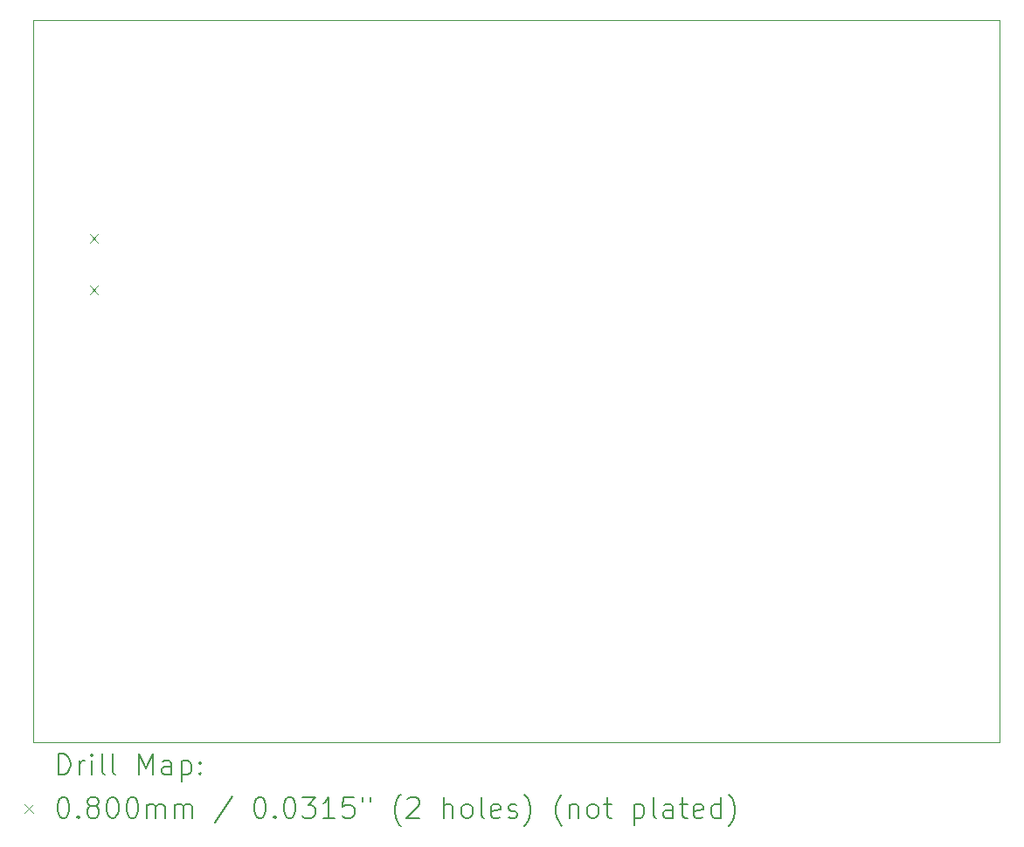
<source format=gbr>
%TF.GenerationSoftware,KiCad,Pcbnew,7.0.1*%
%TF.CreationDate,2023-10-27T14:21:39-05:00*%
%TF.ProjectId,ramn,72616d6e-2e6b-4696-9361-645f70636258,V1.1*%
%TF.SameCoordinates,Original*%
%TF.FileFunction,Drillmap*%
%TF.FilePolarity,Positive*%
%FSLAX45Y45*%
G04 Gerber Fmt 4.5, Leading zero omitted, Abs format (unit mm)*
G04 Created by KiCad (PCBNEW 7.0.1) date 2023-10-27 14:21:39*
%MOMM*%
%LPD*%
G01*
G04 APERTURE LIST*
%ADD10C,0.050000*%
%ADD11C,0.200000*%
%ADD12C,0.080000*%
G04 APERTURE END LIST*
D10*
X3935000Y-4149000D02*
X13296288Y-4149000D01*
X13296288Y-11147000D01*
X3935000Y-11147000D01*
X3935000Y-4149000D01*
D11*
D12*
X4480500Y-6223000D02*
X4560500Y-6303000D01*
X4560500Y-6223000D02*
X4480500Y-6303000D01*
X4480500Y-6723000D02*
X4560500Y-6803000D01*
X4560500Y-6723000D02*
X4480500Y-6803000D01*
D11*
X4180119Y-11462024D02*
X4180119Y-11262024D01*
X4180119Y-11262024D02*
X4227738Y-11262024D01*
X4227738Y-11262024D02*
X4256310Y-11271548D01*
X4256310Y-11271548D02*
X4275357Y-11290595D01*
X4275357Y-11290595D02*
X4284881Y-11309643D01*
X4284881Y-11309643D02*
X4294405Y-11347738D01*
X4294405Y-11347738D02*
X4294405Y-11376309D01*
X4294405Y-11376309D02*
X4284881Y-11414405D01*
X4284881Y-11414405D02*
X4275357Y-11433452D01*
X4275357Y-11433452D02*
X4256310Y-11452500D01*
X4256310Y-11452500D02*
X4227738Y-11462024D01*
X4227738Y-11462024D02*
X4180119Y-11462024D01*
X4380119Y-11462024D02*
X4380119Y-11328690D01*
X4380119Y-11366786D02*
X4389643Y-11347738D01*
X4389643Y-11347738D02*
X4399167Y-11338214D01*
X4399167Y-11338214D02*
X4418214Y-11328690D01*
X4418214Y-11328690D02*
X4437262Y-11328690D01*
X4503929Y-11462024D02*
X4503929Y-11328690D01*
X4503929Y-11262024D02*
X4494405Y-11271548D01*
X4494405Y-11271548D02*
X4503929Y-11281071D01*
X4503929Y-11281071D02*
X4513452Y-11271548D01*
X4513452Y-11271548D02*
X4503929Y-11262024D01*
X4503929Y-11262024D02*
X4503929Y-11281071D01*
X4627738Y-11462024D02*
X4608690Y-11452500D01*
X4608690Y-11452500D02*
X4599167Y-11433452D01*
X4599167Y-11433452D02*
X4599167Y-11262024D01*
X4732500Y-11462024D02*
X4713452Y-11452500D01*
X4713452Y-11452500D02*
X4703929Y-11433452D01*
X4703929Y-11433452D02*
X4703929Y-11262024D01*
X4961071Y-11462024D02*
X4961071Y-11262024D01*
X4961071Y-11262024D02*
X5027738Y-11404881D01*
X5027738Y-11404881D02*
X5094405Y-11262024D01*
X5094405Y-11262024D02*
X5094405Y-11462024D01*
X5275357Y-11462024D02*
X5275357Y-11357262D01*
X5275357Y-11357262D02*
X5265833Y-11338214D01*
X5265833Y-11338214D02*
X5246786Y-11328690D01*
X5246786Y-11328690D02*
X5208690Y-11328690D01*
X5208690Y-11328690D02*
X5189643Y-11338214D01*
X5275357Y-11452500D02*
X5256310Y-11462024D01*
X5256310Y-11462024D02*
X5208690Y-11462024D01*
X5208690Y-11462024D02*
X5189643Y-11452500D01*
X5189643Y-11452500D02*
X5180119Y-11433452D01*
X5180119Y-11433452D02*
X5180119Y-11414405D01*
X5180119Y-11414405D02*
X5189643Y-11395357D01*
X5189643Y-11395357D02*
X5208690Y-11385833D01*
X5208690Y-11385833D02*
X5256310Y-11385833D01*
X5256310Y-11385833D02*
X5275357Y-11376309D01*
X5370595Y-11328690D02*
X5370595Y-11528690D01*
X5370595Y-11338214D02*
X5389643Y-11328690D01*
X5389643Y-11328690D02*
X5427738Y-11328690D01*
X5427738Y-11328690D02*
X5446786Y-11338214D01*
X5446786Y-11338214D02*
X5456310Y-11347738D01*
X5456310Y-11347738D02*
X5465833Y-11366786D01*
X5465833Y-11366786D02*
X5465833Y-11423928D01*
X5465833Y-11423928D02*
X5456310Y-11442976D01*
X5456310Y-11442976D02*
X5446786Y-11452500D01*
X5446786Y-11452500D02*
X5427738Y-11462024D01*
X5427738Y-11462024D02*
X5389643Y-11462024D01*
X5389643Y-11462024D02*
X5370595Y-11452500D01*
X5551548Y-11442976D02*
X5561071Y-11452500D01*
X5561071Y-11452500D02*
X5551548Y-11462024D01*
X5551548Y-11462024D02*
X5542024Y-11452500D01*
X5542024Y-11452500D02*
X5551548Y-11442976D01*
X5551548Y-11442976D02*
X5551548Y-11462024D01*
X5551548Y-11338214D02*
X5561071Y-11347738D01*
X5561071Y-11347738D02*
X5551548Y-11357262D01*
X5551548Y-11357262D02*
X5542024Y-11347738D01*
X5542024Y-11347738D02*
X5551548Y-11338214D01*
X5551548Y-11338214D02*
X5551548Y-11357262D01*
D12*
X3852500Y-11749500D02*
X3932500Y-11829500D01*
X3932500Y-11749500D02*
X3852500Y-11829500D01*
D11*
X4218214Y-11682024D02*
X4237262Y-11682024D01*
X4237262Y-11682024D02*
X4256310Y-11691548D01*
X4256310Y-11691548D02*
X4265833Y-11701071D01*
X4265833Y-11701071D02*
X4275357Y-11720119D01*
X4275357Y-11720119D02*
X4284881Y-11758214D01*
X4284881Y-11758214D02*
X4284881Y-11805833D01*
X4284881Y-11805833D02*
X4275357Y-11843928D01*
X4275357Y-11843928D02*
X4265833Y-11862976D01*
X4265833Y-11862976D02*
X4256310Y-11872500D01*
X4256310Y-11872500D02*
X4237262Y-11882024D01*
X4237262Y-11882024D02*
X4218214Y-11882024D01*
X4218214Y-11882024D02*
X4199167Y-11872500D01*
X4199167Y-11872500D02*
X4189643Y-11862976D01*
X4189643Y-11862976D02*
X4180119Y-11843928D01*
X4180119Y-11843928D02*
X4170595Y-11805833D01*
X4170595Y-11805833D02*
X4170595Y-11758214D01*
X4170595Y-11758214D02*
X4180119Y-11720119D01*
X4180119Y-11720119D02*
X4189643Y-11701071D01*
X4189643Y-11701071D02*
X4199167Y-11691548D01*
X4199167Y-11691548D02*
X4218214Y-11682024D01*
X4370595Y-11862976D02*
X4380119Y-11872500D01*
X4380119Y-11872500D02*
X4370595Y-11882024D01*
X4370595Y-11882024D02*
X4361071Y-11872500D01*
X4361071Y-11872500D02*
X4370595Y-11862976D01*
X4370595Y-11862976D02*
X4370595Y-11882024D01*
X4494405Y-11767738D02*
X4475357Y-11758214D01*
X4475357Y-11758214D02*
X4465833Y-11748690D01*
X4465833Y-11748690D02*
X4456310Y-11729643D01*
X4456310Y-11729643D02*
X4456310Y-11720119D01*
X4456310Y-11720119D02*
X4465833Y-11701071D01*
X4465833Y-11701071D02*
X4475357Y-11691548D01*
X4475357Y-11691548D02*
X4494405Y-11682024D01*
X4494405Y-11682024D02*
X4532500Y-11682024D01*
X4532500Y-11682024D02*
X4551548Y-11691548D01*
X4551548Y-11691548D02*
X4561071Y-11701071D01*
X4561071Y-11701071D02*
X4570595Y-11720119D01*
X4570595Y-11720119D02*
X4570595Y-11729643D01*
X4570595Y-11729643D02*
X4561071Y-11748690D01*
X4561071Y-11748690D02*
X4551548Y-11758214D01*
X4551548Y-11758214D02*
X4532500Y-11767738D01*
X4532500Y-11767738D02*
X4494405Y-11767738D01*
X4494405Y-11767738D02*
X4475357Y-11777262D01*
X4475357Y-11777262D02*
X4465833Y-11786786D01*
X4465833Y-11786786D02*
X4456310Y-11805833D01*
X4456310Y-11805833D02*
X4456310Y-11843928D01*
X4456310Y-11843928D02*
X4465833Y-11862976D01*
X4465833Y-11862976D02*
X4475357Y-11872500D01*
X4475357Y-11872500D02*
X4494405Y-11882024D01*
X4494405Y-11882024D02*
X4532500Y-11882024D01*
X4532500Y-11882024D02*
X4551548Y-11872500D01*
X4551548Y-11872500D02*
X4561071Y-11862976D01*
X4561071Y-11862976D02*
X4570595Y-11843928D01*
X4570595Y-11843928D02*
X4570595Y-11805833D01*
X4570595Y-11805833D02*
X4561071Y-11786786D01*
X4561071Y-11786786D02*
X4551548Y-11777262D01*
X4551548Y-11777262D02*
X4532500Y-11767738D01*
X4694405Y-11682024D02*
X4713452Y-11682024D01*
X4713452Y-11682024D02*
X4732500Y-11691548D01*
X4732500Y-11691548D02*
X4742024Y-11701071D01*
X4742024Y-11701071D02*
X4751548Y-11720119D01*
X4751548Y-11720119D02*
X4761071Y-11758214D01*
X4761071Y-11758214D02*
X4761071Y-11805833D01*
X4761071Y-11805833D02*
X4751548Y-11843928D01*
X4751548Y-11843928D02*
X4742024Y-11862976D01*
X4742024Y-11862976D02*
X4732500Y-11872500D01*
X4732500Y-11872500D02*
X4713452Y-11882024D01*
X4713452Y-11882024D02*
X4694405Y-11882024D01*
X4694405Y-11882024D02*
X4675357Y-11872500D01*
X4675357Y-11872500D02*
X4665833Y-11862976D01*
X4665833Y-11862976D02*
X4656310Y-11843928D01*
X4656310Y-11843928D02*
X4646786Y-11805833D01*
X4646786Y-11805833D02*
X4646786Y-11758214D01*
X4646786Y-11758214D02*
X4656310Y-11720119D01*
X4656310Y-11720119D02*
X4665833Y-11701071D01*
X4665833Y-11701071D02*
X4675357Y-11691548D01*
X4675357Y-11691548D02*
X4694405Y-11682024D01*
X4884881Y-11682024D02*
X4903929Y-11682024D01*
X4903929Y-11682024D02*
X4922976Y-11691548D01*
X4922976Y-11691548D02*
X4932500Y-11701071D01*
X4932500Y-11701071D02*
X4942024Y-11720119D01*
X4942024Y-11720119D02*
X4951548Y-11758214D01*
X4951548Y-11758214D02*
X4951548Y-11805833D01*
X4951548Y-11805833D02*
X4942024Y-11843928D01*
X4942024Y-11843928D02*
X4932500Y-11862976D01*
X4932500Y-11862976D02*
X4922976Y-11872500D01*
X4922976Y-11872500D02*
X4903929Y-11882024D01*
X4903929Y-11882024D02*
X4884881Y-11882024D01*
X4884881Y-11882024D02*
X4865833Y-11872500D01*
X4865833Y-11872500D02*
X4856310Y-11862976D01*
X4856310Y-11862976D02*
X4846786Y-11843928D01*
X4846786Y-11843928D02*
X4837262Y-11805833D01*
X4837262Y-11805833D02*
X4837262Y-11758214D01*
X4837262Y-11758214D02*
X4846786Y-11720119D01*
X4846786Y-11720119D02*
X4856310Y-11701071D01*
X4856310Y-11701071D02*
X4865833Y-11691548D01*
X4865833Y-11691548D02*
X4884881Y-11682024D01*
X5037262Y-11882024D02*
X5037262Y-11748690D01*
X5037262Y-11767738D02*
X5046786Y-11758214D01*
X5046786Y-11758214D02*
X5065833Y-11748690D01*
X5065833Y-11748690D02*
X5094405Y-11748690D01*
X5094405Y-11748690D02*
X5113452Y-11758214D01*
X5113452Y-11758214D02*
X5122976Y-11777262D01*
X5122976Y-11777262D02*
X5122976Y-11882024D01*
X5122976Y-11777262D02*
X5132500Y-11758214D01*
X5132500Y-11758214D02*
X5151548Y-11748690D01*
X5151548Y-11748690D02*
X5180119Y-11748690D01*
X5180119Y-11748690D02*
X5199167Y-11758214D01*
X5199167Y-11758214D02*
X5208691Y-11777262D01*
X5208691Y-11777262D02*
X5208691Y-11882024D01*
X5303929Y-11882024D02*
X5303929Y-11748690D01*
X5303929Y-11767738D02*
X5313452Y-11758214D01*
X5313452Y-11758214D02*
X5332500Y-11748690D01*
X5332500Y-11748690D02*
X5361072Y-11748690D01*
X5361072Y-11748690D02*
X5380119Y-11758214D01*
X5380119Y-11758214D02*
X5389643Y-11777262D01*
X5389643Y-11777262D02*
X5389643Y-11882024D01*
X5389643Y-11777262D02*
X5399167Y-11758214D01*
X5399167Y-11758214D02*
X5418214Y-11748690D01*
X5418214Y-11748690D02*
X5446786Y-11748690D01*
X5446786Y-11748690D02*
X5465833Y-11758214D01*
X5465833Y-11758214D02*
X5475357Y-11777262D01*
X5475357Y-11777262D02*
X5475357Y-11882024D01*
X5865833Y-11672500D02*
X5694405Y-11929643D01*
X6122976Y-11682024D02*
X6142024Y-11682024D01*
X6142024Y-11682024D02*
X6161072Y-11691548D01*
X6161072Y-11691548D02*
X6170595Y-11701071D01*
X6170595Y-11701071D02*
X6180119Y-11720119D01*
X6180119Y-11720119D02*
X6189643Y-11758214D01*
X6189643Y-11758214D02*
X6189643Y-11805833D01*
X6189643Y-11805833D02*
X6180119Y-11843928D01*
X6180119Y-11843928D02*
X6170595Y-11862976D01*
X6170595Y-11862976D02*
X6161072Y-11872500D01*
X6161072Y-11872500D02*
X6142024Y-11882024D01*
X6142024Y-11882024D02*
X6122976Y-11882024D01*
X6122976Y-11882024D02*
X6103929Y-11872500D01*
X6103929Y-11872500D02*
X6094405Y-11862976D01*
X6094405Y-11862976D02*
X6084881Y-11843928D01*
X6084881Y-11843928D02*
X6075357Y-11805833D01*
X6075357Y-11805833D02*
X6075357Y-11758214D01*
X6075357Y-11758214D02*
X6084881Y-11720119D01*
X6084881Y-11720119D02*
X6094405Y-11701071D01*
X6094405Y-11701071D02*
X6103929Y-11691548D01*
X6103929Y-11691548D02*
X6122976Y-11682024D01*
X6275357Y-11862976D02*
X6284881Y-11872500D01*
X6284881Y-11872500D02*
X6275357Y-11882024D01*
X6275357Y-11882024D02*
X6265833Y-11872500D01*
X6265833Y-11872500D02*
X6275357Y-11862976D01*
X6275357Y-11862976D02*
X6275357Y-11882024D01*
X6408691Y-11682024D02*
X6427738Y-11682024D01*
X6427738Y-11682024D02*
X6446786Y-11691548D01*
X6446786Y-11691548D02*
X6456310Y-11701071D01*
X6456310Y-11701071D02*
X6465833Y-11720119D01*
X6465833Y-11720119D02*
X6475357Y-11758214D01*
X6475357Y-11758214D02*
X6475357Y-11805833D01*
X6475357Y-11805833D02*
X6465833Y-11843928D01*
X6465833Y-11843928D02*
X6456310Y-11862976D01*
X6456310Y-11862976D02*
X6446786Y-11872500D01*
X6446786Y-11872500D02*
X6427738Y-11882024D01*
X6427738Y-11882024D02*
X6408691Y-11882024D01*
X6408691Y-11882024D02*
X6389643Y-11872500D01*
X6389643Y-11872500D02*
X6380119Y-11862976D01*
X6380119Y-11862976D02*
X6370595Y-11843928D01*
X6370595Y-11843928D02*
X6361072Y-11805833D01*
X6361072Y-11805833D02*
X6361072Y-11758214D01*
X6361072Y-11758214D02*
X6370595Y-11720119D01*
X6370595Y-11720119D02*
X6380119Y-11701071D01*
X6380119Y-11701071D02*
X6389643Y-11691548D01*
X6389643Y-11691548D02*
X6408691Y-11682024D01*
X6542024Y-11682024D02*
X6665833Y-11682024D01*
X6665833Y-11682024D02*
X6599167Y-11758214D01*
X6599167Y-11758214D02*
X6627738Y-11758214D01*
X6627738Y-11758214D02*
X6646786Y-11767738D01*
X6646786Y-11767738D02*
X6656310Y-11777262D01*
X6656310Y-11777262D02*
X6665833Y-11796309D01*
X6665833Y-11796309D02*
X6665833Y-11843928D01*
X6665833Y-11843928D02*
X6656310Y-11862976D01*
X6656310Y-11862976D02*
X6646786Y-11872500D01*
X6646786Y-11872500D02*
X6627738Y-11882024D01*
X6627738Y-11882024D02*
X6570595Y-11882024D01*
X6570595Y-11882024D02*
X6551548Y-11872500D01*
X6551548Y-11872500D02*
X6542024Y-11862976D01*
X6856310Y-11882024D02*
X6742024Y-11882024D01*
X6799167Y-11882024D02*
X6799167Y-11682024D01*
X6799167Y-11682024D02*
X6780119Y-11710595D01*
X6780119Y-11710595D02*
X6761072Y-11729643D01*
X6761072Y-11729643D02*
X6742024Y-11739167D01*
X7037262Y-11682024D02*
X6942024Y-11682024D01*
X6942024Y-11682024D02*
X6932500Y-11777262D01*
X6932500Y-11777262D02*
X6942024Y-11767738D01*
X6942024Y-11767738D02*
X6961072Y-11758214D01*
X6961072Y-11758214D02*
X7008691Y-11758214D01*
X7008691Y-11758214D02*
X7027738Y-11767738D01*
X7027738Y-11767738D02*
X7037262Y-11777262D01*
X7037262Y-11777262D02*
X7046786Y-11796309D01*
X7046786Y-11796309D02*
X7046786Y-11843928D01*
X7046786Y-11843928D02*
X7037262Y-11862976D01*
X7037262Y-11862976D02*
X7027738Y-11872500D01*
X7027738Y-11872500D02*
X7008691Y-11882024D01*
X7008691Y-11882024D02*
X6961072Y-11882024D01*
X6961072Y-11882024D02*
X6942024Y-11872500D01*
X6942024Y-11872500D02*
X6932500Y-11862976D01*
X7122976Y-11682024D02*
X7122976Y-11720119D01*
X7199167Y-11682024D02*
X7199167Y-11720119D01*
X7494405Y-11958214D02*
X7484881Y-11948690D01*
X7484881Y-11948690D02*
X7465834Y-11920119D01*
X7465834Y-11920119D02*
X7456310Y-11901071D01*
X7456310Y-11901071D02*
X7446786Y-11872500D01*
X7446786Y-11872500D02*
X7437262Y-11824881D01*
X7437262Y-11824881D02*
X7437262Y-11786786D01*
X7437262Y-11786786D02*
X7446786Y-11739167D01*
X7446786Y-11739167D02*
X7456310Y-11710595D01*
X7456310Y-11710595D02*
X7465834Y-11691548D01*
X7465834Y-11691548D02*
X7484881Y-11662976D01*
X7484881Y-11662976D02*
X7494405Y-11653452D01*
X7561072Y-11701071D02*
X7570595Y-11691548D01*
X7570595Y-11691548D02*
X7589643Y-11682024D01*
X7589643Y-11682024D02*
X7637262Y-11682024D01*
X7637262Y-11682024D02*
X7656310Y-11691548D01*
X7656310Y-11691548D02*
X7665834Y-11701071D01*
X7665834Y-11701071D02*
X7675357Y-11720119D01*
X7675357Y-11720119D02*
X7675357Y-11739167D01*
X7675357Y-11739167D02*
X7665834Y-11767738D01*
X7665834Y-11767738D02*
X7551548Y-11882024D01*
X7551548Y-11882024D02*
X7675357Y-11882024D01*
X7913453Y-11882024D02*
X7913453Y-11682024D01*
X7999167Y-11882024D02*
X7999167Y-11777262D01*
X7999167Y-11777262D02*
X7989643Y-11758214D01*
X7989643Y-11758214D02*
X7970596Y-11748690D01*
X7970596Y-11748690D02*
X7942024Y-11748690D01*
X7942024Y-11748690D02*
X7922976Y-11758214D01*
X7922976Y-11758214D02*
X7913453Y-11767738D01*
X8122976Y-11882024D02*
X8103929Y-11872500D01*
X8103929Y-11872500D02*
X8094405Y-11862976D01*
X8094405Y-11862976D02*
X8084881Y-11843928D01*
X8084881Y-11843928D02*
X8084881Y-11786786D01*
X8084881Y-11786786D02*
X8094405Y-11767738D01*
X8094405Y-11767738D02*
X8103929Y-11758214D01*
X8103929Y-11758214D02*
X8122976Y-11748690D01*
X8122976Y-11748690D02*
X8151548Y-11748690D01*
X8151548Y-11748690D02*
X8170596Y-11758214D01*
X8170596Y-11758214D02*
X8180119Y-11767738D01*
X8180119Y-11767738D02*
X8189643Y-11786786D01*
X8189643Y-11786786D02*
X8189643Y-11843928D01*
X8189643Y-11843928D02*
X8180119Y-11862976D01*
X8180119Y-11862976D02*
X8170596Y-11872500D01*
X8170596Y-11872500D02*
X8151548Y-11882024D01*
X8151548Y-11882024D02*
X8122976Y-11882024D01*
X8303929Y-11882024D02*
X8284881Y-11872500D01*
X8284881Y-11872500D02*
X8275357Y-11853452D01*
X8275357Y-11853452D02*
X8275357Y-11682024D01*
X8456310Y-11872500D02*
X8437262Y-11882024D01*
X8437262Y-11882024D02*
X8399167Y-11882024D01*
X8399167Y-11882024D02*
X8380119Y-11872500D01*
X8380119Y-11872500D02*
X8370596Y-11853452D01*
X8370596Y-11853452D02*
X8370596Y-11777262D01*
X8370596Y-11777262D02*
X8380119Y-11758214D01*
X8380119Y-11758214D02*
X8399167Y-11748690D01*
X8399167Y-11748690D02*
X8437262Y-11748690D01*
X8437262Y-11748690D02*
X8456310Y-11758214D01*
X8456310Y-11758214D02*
X8465834Y-11777262D01*
X8465834Y-11777262D02*
X8465834Y-11796309D01*
X8465834Y-11796309D02*
X8370596Y-11815357D01*
X8542024Y-11872500D02*
X8561072Y-11882024D01*
X8561072Y-11882024D02*
X8599167Y-11882024D01*
X8599167Y-11882024D02*
X8618215Y-11872500D01*
X8618215Y-11872500D02*
X8627739Y-11853452D01*
X8627739Y-11853452D02*
X8627739Y-11843928D01*
X8627739Y-11843928D02*
X8618215Y-11824881D01*
X8618215Y-11824881D02*
X8599167Y-11815357D01*
X8599167Y-11815357D02*
X8570596Y-11815357D01*
X8570596Y-11815357D02*
X8551548Y-11805833D01*
X8551548Y-11805833D02*
X8542024Y-11786786D01*
X8542024Y-11786786D02*
X8542024Y-11777262D01*
X8542024Y-11777262D02*
X8551548Y-11758214D01*
X8551548Y-11758214D02*
X8570596Y-11748690D01*
X8570596Y-11748690D02*
X8599167Y-11748690D01*
X8599167Y-11748690D02*
X8618215Y-11758214D01*
X8694405Y-11958214D02*
X8703929Y-11948690D01*
X8703929Y-11948690D02*
X8722977Y-11920119D01*
X8722977Y-11920119D02*
X8732500Y-11901071D01*
X8732500Y-11901071D02*
X8742024Y-11872500D01*
X8742024Y-11872500D02*
X8751548Y-11824881D01*
X8751548Y-11824881D02*
X8751548Y-11786786D01*
X8751548Y-11786786D02*
X8742024Y-11739167D01*
X8742024Y-11739167D02*
X8732500Y-11710595D01*
X8732500Y-11710595D02*
X8722977Y-11691548D01*
X8722977Y-11691548D02*
X8703929Y-11662976D01*
X8703929Y-11662976D02*
X8694405Y-11653452D01*
X9056310Y-11958214D02*
X9046786Y-11948690D01*
X9046786Y-11948690D02*
X9027739Y-11920119D01*
X9027739Y-11920119D02*
X9018215Y-11901071D01*
X9018215Y-11901071D02*
X9008691Y-11872500D01*
X9008691Y-11872500D02*
X8999167Y-11824881D01*
X8999167Y-11824881D02*
X8999167Y-11786786D01*
X8999167Y-11786786D02*
X9008691Y-11739167D01*
X9008691Y-11739167D02*
X9018215Y-11710595D01*
X9018215Y-11710595D02*
X9027739Y-11691548D01*
X9027739Y-11691548D02*
X9046786Y-11662976D01*
X9046786Y-11662976D02*
X9056310Y-11653452D01*
X9132500Y-11748690D02*
X9132500Y-11882024D01*
X9132500Y-11767738D02*
X9142024Y-11758214D01*
X9142024Y-11758214D02*
X9161072Y-11748690D01*
X9161072Y-11748690D02*
X9189643Y-11748690D01*
X9189643Y-11748690D02*
X9208691Y-11758214D01*
X9208691Y-11758214D02*
X9218215Y-11777262D01*
X9218215Y-11777262D02*
X9218215Y-11882024D01*
X9342024Y-11882024D02*
X9322977Y-11872500D01*
X9322977Y-11872500D02*
X9313453Y-11862976D01*
X9313453Y-11862976D02*
X9303929Y-11843928D01*
X9303929Y-11843928D02*
X9303929Y-11786786D01*
X9303929Y-11786786D02*
X9313453Y-11767738D01*
X9313453Y-11767738D02*
X9322977Y-11758214D01*
X9322977Y-11758214D02*
X9342024Y-11748690D01*
X9342024Y-11748690D02*
X9370596Y-11748690D01*
X9370596Y-11748690D02*
X9389643Y-11758214D01*
X9389643Y-11758214D02*
X9399167Y-11767738D01*
X9399167Y-11767738D02*
X9408691Y-11786786D01*
X9408691Y-11786786D02*
X9408691Y-11843928D01*
X9408691Y-11843928D02*
X9399167Y-11862976D01*
X9399167Y-11862976D02*
X9389643Y-11872500D01*
X9389643Y-11872500D02*
X9370596Y-11882024D01*
X9370596Y-11882024D02*
X9342024Y-11882024D01*
X9465834Y-11748690D02*
X9542024Y-11748690D01*
X9494405Y-11682024D02*
X9494405Y-11853452D01*
X9494405Y-11853452D02*
X9503929Y-11872500D01*
X9503929Y-11872500D02*
X9522977Y-11882024D01*
X9522977Y-11882024D02*
X9542024Y-11882024D01*
X9761072Y-11748690D02*
X9761072Y-11948690D01*
X9761072Y-11758214D02*
X9780120Y-11748690D01*
X9780120Y-11748690D02*
X9818215Y-11748690D01*
X9818215Y-11748690D02*
X9837262Y-11758214D01*
X9837262Y-11758214D02*
X9846786Y-11767738D01*
X9846786Y-11767738D02*
X9856310Y-11786786D01*
X9856310Y-11786786D02*
X9856310Y-11843928D01*
X9856310Y-11843928D02*
X9846786Y-11862976D01*
X9846786Y-11862976D02*
X9837262Y-11872500D01*
X9837262Y-11872500D02*
X9818215Y-11882024D01*
X9818215Y-11882024D02*
X9780120Y-11882024D01*
X9780120Y-11882024D02*
X9761072Y-11872500D01*
X9970596Y-11882024D02*
X9951548Y-11872500D01*
X9951548Y-11872500D02*
X9942024Y-11853452D01*
X9942024Y-11853452D02*
X9942024Y-11682024D01*
X10132501Y-11882024D02*
X10132501Y-11777262D01*
X10132501Y-11777262D02*
X10122977Y-11758214D01*
X10122977Y-11758214D02*
X10103929Y-11748690D01*
X10103929Y-11748690D02*
X10065834Y-11748690D01*
X10065834Y-11748690D02*
X10046786Y-11758214D01*
X10132501Y-11872500D02*
X10113453Y-11882024D01*
X10113453Y-11882024D02*
X10065834Y-11882024D01*
X10065834Y-11882024D02*
X10046786Y-11872500D01*
X10046786Y-11872500D02*
X10037262Y-11853452D01*
X10037262Y-11853452D02*
X10037262Y-11834405D01*
X10037262Y-11834405D02*
X10046786Y-11815357D01*
X10046786Y-11815357D02*
X10065834Y-11805833D01*
X10065834Y-11805833D02*
X10113453Y-11805833D01*
X10113453Y-11805833D02*
X10132501Y-11796309D01*
X10199167Y-11748690D02*
X10275358Y-11748690D01*
X10227739Y-11682024D02*
X10227739Y-11853452D01*
X10227739Y-11853452D02*
X10237262Y-11872500D01*
X10237262Y-11872500D02*
X10256310Y-11882024D01*
X10256310Y-11882024D02*
X10275358Y-11882024D01*
X10418215Y-11872500D02*
X10399167Y-11882024D01*
X10399167Y-11882024D02*
X10361072Y-11882024D01*
X10361072Y-11882024D02*
X10342024Y-11872500D01*
X10342024Y-11872500D02*
X10332501Y-11853452D01*
X10332501Y-11853452D02*
X10332501Y-11777262D01*
X10332501Y-11777262D02*
X10342024Y-11758214D01*
X10342024Y-11758214D02*
X10361072Y-11748690D01*
X10361072Y-11748690D02*
X10399167Y-11748690D01*
X10399167Y-11748690D02*
X10418215Y-11758214D01*
X10418215Y-11758214D02*
X10427739Y-11777262D01*
X10427739Y-11777262D02*
X10427739Y-11796309D01*
X10427739Y-11796309D02*
X10332501Y-11815357D01*
X10599167Y-11882024D02*
X10599167Y-11682024D01*
X10599167Y-11872500D02*
X10580120Y-11882024D01*
X10580120Y-11882024D02*
X10542024Y-11882024D01*
X10542024Y-11882024D02*
X10522977Y-11872500D01*
X10522977Y-11872500D02*
X10513453Y-11862976D01*
X10513453Y-11862976D02*
X10503929Y-11843928D01*
X10503929Y-11843928D02*
X10503929Y-11786786D01*
X10503929Y-11786786D02*
X10513453Y-11767738D01*
X10513453Y-11767738D02*
X10522977Y-11758214D01*
X10522977Y-11758214D02*
X10542024Y-11748690D01*
X10542024Y-11748690D02*
X10580120Y-11748690D01*
X10580120Y-11748690D02*
X10599167Y-11758214D01*
X10675358Y-11958214D02*
X10684882Y-11948690D01*
X10684882Y-11948690D02*
X10703929Y-11920119D01*
X10703929Y-11920119D02*
X10713453Y-11901071D01*
X10713453Y-11901071D02*
X10722977Y-11872500D01*
X10722977Y-11872500D02*
X10732501Y-11824881D01*
X10732501Y-11824881D02*
X10732501Y-11786786D01*
X10732501Y-11786786D02*
X10722977Y-11739167D01*
X10722977Y-11739167D02*
X10713453Y-11710595D01*
X10713453Y-11710595D02*
X10703929Y-11691548D01*
X10703929Y-11691548D02*
X10684882Y-11662976D01*
X10684882Y-11662976D02*
X10675358Y-11653452D01*
M02*

</source>
